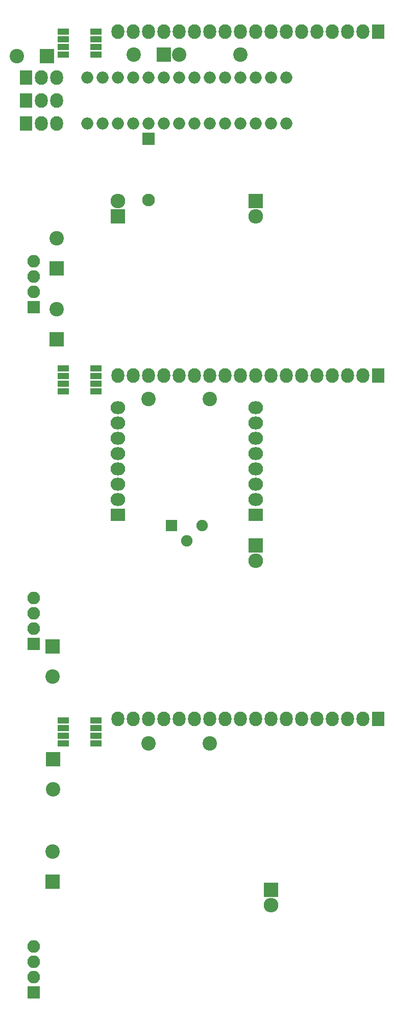
<source format=gts>
G04 #@! TF.FileFunction,Soldermask,Top*
%FSLAX46Y46*%
G04 Gerber Fmt 4.6, Leading zero omitted, Abs format (unit mm)*
G04 Created by KiCad (PCBNEW 4.0.2-stable) date woensdag 06 september 2017 16:48:58*
%MOMM*%
G01*
G04 APERTURE LIST*
%ADD10C,0.100000*%
%ADD11R,2.127200X2.432000*%
%ADD12O,2.127200X2.432000*%
%ADD13R,2.432000X2.127200*%
%ADD14O,2.432000X2.127200*%
%ADD15C,1.910000*%
%ADD16R,1.910000X1.910000*%
%ADD17R,2.432000X2.432000*%
%ADD18O,2.432000X2.432000*%
%ADD19R,1.950000X1.000000*%
%ADD20O,2.000000X2.000000*%
%ADD21C,2.099260*%
%ADD22R,2.099260X2.099260*%
%ADD23C,2.398980*%
%ADD24R,2.400000X2.400000*%
%ADD25C,2.400000*%
%ADD26R,2.100000X2.100000*%
%ADD27O,2.100000X2.100000*%
G04 APERTURE END LIST*
D10*
D11*
X154930000Y-28360000D03*
D12*
X152390000Y-28360000D03*
X149850000Y-28360000D03*
X147310000Y-28360000D03*
X144770000Y-28360000D03*
X142230000Y-28360000D03*
X139690000Y-28360000D03*
X137150000Y-28360000D03*
X134610000Y-28360000D03*
X132070000Y-28360000D03*
X129530000Y-28360000D03*
X126990000Y-28360000D03*
X124450000Y-28360000D03*
X121910000Y-28360000D03*
X119370000Y-28360000D03*
X116830000Y-28360000D03*
X114290000Y-28360000D03*
X111750000Y-28360000D03*
D11*
X154930000Y-85360000D03*
D12*
X152390000Y-85360000D03*
X149850000Y-85360000D03*
X147310000Y-85360000D03*
X144770000Y-85360000D03*
X142230000Y-85360000D03*
X139690000Y-85360000D03*
X137150000Y-85360000D03*
X134610000Y-85360000D03*
X132070000Y-85360000D03*
X129530000Y-85360000D03*
X126990000Y-85360000D03*
X124450000Y-85360000D03*
X121910000Y-85360000D03*
X119370000Y-85360000D03*
X116830000Y-85360000D03*
X114290000Y-85360000D03*
X111750000Y-85360000D03*
D11*
X154930000Y-142360000D03*
D12*
X152390000Y-142360000D03*
X149850000Y-142360000D03*
X147310000Y-142360000D03*
X144770000Y-142360000D03*
X142230000Y-142360000D03*
X139690000Y-142360000D03*
X137150000Y-142360000D03*
X134610000Y-142360000D03*
X132070000Y-142360000D03*
X129530000Y-142360000D03*
X126990000Y-142360000D03*
X124450000Y-142360000D03*
X121910000Y-142360000D03*
X119370000Y-142360000D03*
X116830000Y-142360000D03*
X114290000Y-142360000D03*
X111750000Y-142360000D03*
D11*
X96510000Y-35980000D03*
D12*
X99050000Y-35980000D03*
X101590000Y-35980000D03*
D11*
X96510000Y-39790000D03*
D12*
X99050000Y-39790000D03*
X101590000Y-39790000D03*
D11*
X96510000Y-43600000D03*
D12*
X99050000Y-43600000D03*
X101590000Y-43600000D03*
D13*
X111750000Y-108490000D03*
D14*
X111750000Y-105950000D03*
X111750000Y-103410000D03*
X111750000Y-100870000D03*
X111750000Y-98330000D03*
X111750000Y-95790000D03*
X111750000Y-93250000D03*
X111750000Y-90710000D03*
D15*
X125720000Y-110275000D03*
D16*
X120640000Y-110275000D03*
D15*
X123180000Y-112815000D03*
D17*
X137150000Y-170720000D03*
D18*
X137150000Y-173260000D03*
D17*
X134610000Y-113570000D03*
D18*
X134610000Y-116110000D03*
D17*
X134610000Y-56420000D03*
D18*
X134610000Y-58960000D03*
D17*
X111750000Y-58960000D03*
D18*
X111750000Y-56420000D03*
D13*
X134610000Y-108490000D03*
D14*
X134610000Y-105950000D03*
X134610000Y-103410000D03*
X134610000Y-100870000D03*
X134610000Y-98330000D03*
X134610000Y-95790000D03*
X134610000Y-93250000D03*
X134610000Y-90710000D03*
D19*
X108100000Y-88050000D03*
X108100000Y-86780000D03*
X108100000Y-85510000D03*
X108100000Y-84240000D03*
X102700000Y-84240000D03*
X102700000Y-85510000D03*
X102700000Y-86780000D03*
X102700000Y-88050000D03*
X108100000Y-32170000D03*
X108100000Y-30900000D03*
X108100000Y-29630000D03*
X108100000Y-28360000D03*
X102700000Y-28360000D03*
X102700000Y-29630000D03*
X102700000Y-30900000D03*
X102700000Y-32170000D03*
X108100000Y-146470000D03*
X108100000Y-145200000D03*
X108100000Y-143930000D03*
X108100000Y-142660000D03*
X102700000Y-142660000D03*
X102700000Y-143930000D03*
X102700000Y-145200000D03*
X102700000Y-146470000D03*
D20*
X139690000Y-35980000D03*
X137150000Y-35980000D03*
X134610000Y-35980000D03*
X132070000Y-35980000D03*
X129530000Y-35980000D03*
X126990000Y-35980000D03*
X124450000Y-35980000D03*
X121910000Y-35980000D03*
X119370000Y-35980000D03*
X116830000Y-35980000D03*
X114290000Y-35980000D03*
X111750000Y-35980000D03*
X109210000Y-35980000D03*
X106670000Y-35980000D03*
X106670000Y-43600000D03*
X109210000Y-43600000D03*
X111750000Y-43600000D03*
X114290000Y-43600000D03*
X116830000Y-43600000D03*
X119370000Y-43600000D03*
X121910000Y-43600000D03*
X124450000Y-43600000D03*
X126990000Y-43600000D03*
X129530000Y-43600000D03*
X132070000Y-43600000D03*
X134610000Y-43600000D03*
X137150000Y-43600000D03*
X139690000Y-43600000D03*
D21*
X116832540Y-56300520D03*
D22*
X116832540Y-46140520D03*
D23*
X116830000Y-146470000D03*
X126990000Y-146470000D03*
X126990000Y-89320000D03*
X116830000Y-89320000D03*
X121910000Y-32170000D03*
X132070000Y-32170000D03*
D24*
X119370000Y-32170000D03*
D25*
X114370000Y-32170000D03*
D24*
X99930000Y-32360000D03*
D25*
X94930000Y-32360000D03*
D24*
X101590000Y-67650000D03*
D25*
X101590000Y-62650000D03*
D24*
X101590000Y-79360000D03*
D25*
X101590000Y-74360000D03*
D24*
X100955000Y-149090000D03*
D25*
X100955000Y-154090000D03*
D24*
X100930000Y-169360000D03*
D25*
X100930000Y-164360000D03*
D24*
X100930000Y-130360000D03*
D25*
X100930000Y-135360000D03*
D26*
X97780000Y-187745000D03*
D27*
X97780000Y-185205000D03*
X97780000Y-182665000D03*
X97780000Y-180125000D03*
D26*
X97780000Y-129960000D03*
D27*
X97780000Y-127420000D03*
X97780000Y-124880000D03*
X97780000Y-122340000D03*
D26*
X97780000Y-74080000D03*
D27*
X97780000Y-71540000D03*
X97780000Y-69000000D03*
X97780000Y-66460000D03*
M02*

</source>
